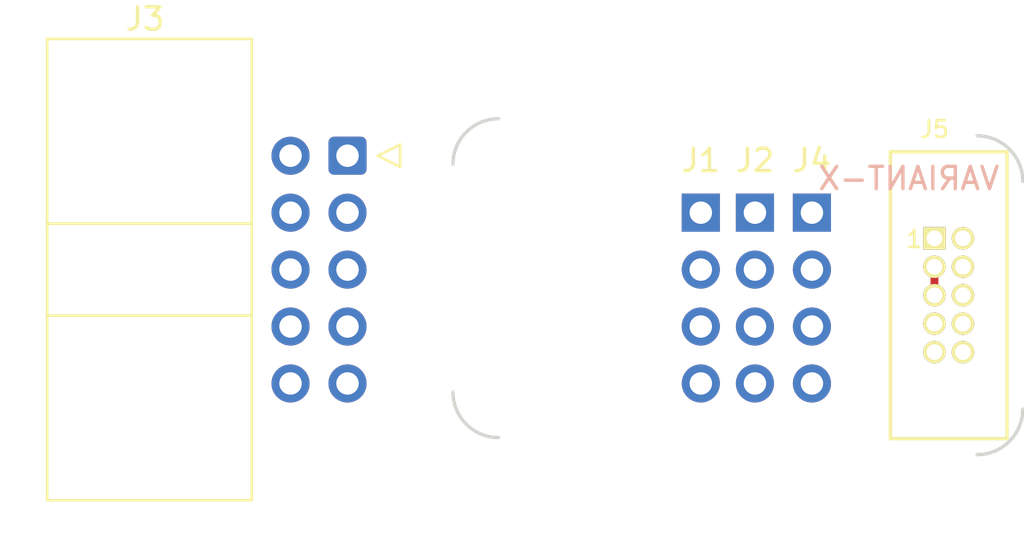
<source format=kicad_pcb>
(kicad_pcb (version 20171130) (host pcbnew 5.1.8-db9833491~88~ubuntu20.04.1)

  (general
    (thickness 1.6)
    (drawings 6)
    (tracks 1)
    (zones 0)
    (modules 5)
    (nets 16)
  )

  (page A4)
  (layers
    (0 F.Cu signal)
    (31 B.Cu signal)
    (32 B.Adhes user)
    (33 F.Adhes user)
    (34 B.Paste user)
    (35 F.Paste user)
    (36 B.SilkS user)
    (37 F.SilkS user)
    (38 B.Mask user)
    (39 F.Mask user)
    (40 Dwgs.User user)
    (41 Cmts.User user)
    (42 Eco1.User user)
    (43 Eco2.User user)
    (44 Edge.Cuts user)
    (45 Margin user)
    (46 B.CrtYd user)
    (47 F.CrtYd user)
    (48 B.Fab user)
    (49 F.Fab user)
  )

  (setup
    (last_trace_width 0.25)
    (user_trace_width 0.35)
    (trace_clearance 0.2)
    (zone_clearance 0.35)
    (zone_45_only no)
    (trace_min 0.2)
    (via_size 0.6)
    (via_drill 0.4)
    (via_min_size 0.4)
    (via_min_drill 0.3)
    (uvia_size 0.3)
    (uvia_drill 0.1)
    (uvias_allowed no)
    (uvia_min_size 0.2)
    (uvia_min_drill 0.1)
    (edge_width 0.15)
    (segment_width 0.2)
    (pcb_text_width 0.3)
    (pcb_text_size 1.5 1.5)
    (mod_edge_width 0.15)
    (mod_text_size 1 1)
    (mod_text_width 0.15)
    (pad_size 1.524 1.524)
    (pad_drill 0.762)
    (pad_to_mask_clearance 0)
    (aux_axis_origin 0 0)
    (visible_elements FFFFFF7F)
    (pcbplotparams
      (layerselection 0x010f0_ffffffff)
      (usegerberextensions false)
      (usegerberattributes true)
      (usegerberadvancedattributes true)
      (creategerberjobfile true)
      (excludeedgelayer true)
      (linewidth 0.100000)
      (plotframeref false)
      (viasonmask false)
      (mode 1)
      (useauxorigin false)
      (hpglpennumber 1)
      (hpglpenspeed 20)
      (hpglpendiameter 15.000000)
      (psnegative false)
      (psa4output false)
      (plotreference true)
      (plotvalue true)
      (plotinvisibletext false)
      (padsonsilk false)
      (subtractmaskfromsilk false)
      (outputformat 4)
      (mirror false)
      (drillshape 0)
      (scaleselection 1)
      (outputdirectory "gerbers"))
  )

  (net 0 "")
  (net 1 /RST)
  (net 2 /SWDIO)
  (net 3 /GND)
  (net 4 /SWIM)
  (net 5 /SWCLK)
  (net 6 /3.3V)
  (net 7 /SWCLK|GND)
  (net 8 /SWIM|GND)
  (net 9 /GND|SWIM)
  (net 10 /SWDIO|SWCLK)
  (net 11 /GND|SWDIO)
  (net 12 "Net-(J3-Pad9)")
  (net 13 "Net-(J3-Pad10)")
  (net 14 "Net-(J5-Pad7)")
  (net 15 "Net-(J5-Pad8)")

  (net_class Default "This is the default net class."
    (clearance 0.2)
    (trace_width 0.25)
    (via_dia 0.6)
    (via_drill 0.4)
    (uvia_dia 0.3)
    (uvia_drill 0.1)
    (add_net /3.3V)
    (add_net /GND)
    (add_net /GND|SWDIO)
    (add_net /GND|SWIM)
    (add_net /RST)
    (add_net /SWCLK)
    (add_net /SWCLK|GND)
    (add_net /SWDIO)
    (add_net /SWDIO|SWCLK)
    (add_net /SWIM)
    (add_net /SWIM|GND)
    (add_net "Net-(J3-Pad10)")
    (add_net "Net-(J3-Pad9)")
    (add_net "Net-(J5-Pad7)")
    (add_net "Net-(J5-Pad8)")
  )

  (module project-lib:IDC-Header_2x05_P2.54mm_Horizontal (layer F.Cu) (tedit 5FDBB116) (tstamp 5FDC1522)
    (at 115.443 104.013)
    (descr "Through hole IDC box header, 2x05, 2.54mm pitch, DIN 41651 / IEC 60603-13, double rows, https://docs.google.com/spreadsheets/d/16SsEcesNF15N3Lb4niX7dcUr-NY5_MFPQhobNuNppn4/edit#gid=0")
    (tags "Through hole horizontal IDC box header THT 2x05 2.54mm double row")
    (path /5643C704)
    (fp_text reference J3 (at 6.215 -6.1) (layer F.SilkS)
      (effects (font (size 1 1) (thickness 0.15)))
    )
    (fp_text value 2X5_HDR (at 6.215 16.26) (layer F.Fab)
      (effects (font (size 1 1) (thickness 0.15)))
    )
    (fp_text user %R (at 6.41 5.08 90) (layer F.Fab)
      (effects (font (size 1 1) (thickness 0.15)))
    )
    (fp_line (start 10.86 -4.1) (end 9.86 -5.1) (layer F.Fab) (width 0.1))
    (fp_line (start 10.86 3.03) (end 1.96 3.03) (layer F.Fab) (width 0.1))
    (fp_line (start 10.86 7.13) (end 1.96 7.13) (layer F.Fab) (width 0.1))
    (fp_line (start 10.97 3.03) (end 1.85 3.03) (layer F.SilkS) (width 0.12))
    (fp_line (start 10.97 7.13) (end 1.85 7.13) (layer F.SilkS) (width 0.12))
    (fp_line (start 10.86 -0.32) (end 15.56 -0.32) (layer F.Fab) (width 0.1))
    (fp_line (start 15.56 -0.32) (end 15.56 0.32) (layer F.Fab) (width 0.1))
    (fp_line (start 15.56 0.32) (end 10.86 0.32) (layer F.Fab) (width 0.1))
    (fp_line (start 10.86 2.22) (end 15.56 2.22) (layer F.Fab) (width 0.1))
    (fp_line (start 15.56 2.22) (end 15.56 2.86) (layer F.Fab) (width 0.1))
    (fp_line (start 15.56 2.86) (end 10.86 2.86) (layer F.Fab) (width 0.1))
    (fp_line (start 10.86 4.76) (end 15.56 4.76) (layer F.Fab) (width 0.1))
    (fp_line (start 15.56 4.76) (end 15.56 5.4) (layer F.Fab) (width 0.1))
    (fp_line (start 15.56 5.4) (end 10.86 5.4) (layer F.Fab) (width 0.1))
    (fp_line (start 10.86 7.3) (end 15.56 7.3) (layer F.Fab) (width 0.1))
    (fp_line (start 15.56 7.3) (end 15.56 7.94) (layer F.Fab) (width 0.1))
    (fp_line (start 15.56 7.94) (end 10.86 7.94) (layer F.Fab) (width 0.1))
    (fp_line (start 10.86 9.84) (end 15.56 9.84) (layer F.Fab) (width 0.1))
    (fp_line (start 15.56 9.84) (end 15.56 10.48) (layer F.Fab) (width 0.1))
    (fp_line (start 15.56 10.48) (end 10.86 10.48) (layer F.Fab) (width 0.1))
    (fp_line (start 9.86 -5.1) (end 1.96 -5.1) (layer F.Fab) (width 0.1))
    (fp_line (start 1.96 -5.1) (end 1.96 15.26) (layer F.Fab) (width 0.1))
    (fp_line (start 1.96 15.26) (end 10.86 15.26) (layer F.Fab) (width 0.1))
    (fp_line (start 10.86 15.26) (end 10.86 -4.1) (layer F.Fab) (width 0.1))
    (fp_line (start 10.97 -5.21) (end 1.85 -5.21) (layer F.SilkS) (width 0.12))
    (fp_line (start 1.85 -5.21) (end 1.85 15.37) (layer F.SilkS) (width 0.12))
    (fp_line (start 1.85 15.37) (end 10.97 15.37) (layer F.SilkS) (width 0.12))
    (fp_line (start 10.97 15.37) (end 10.97 -5.21) (layer F.SilkS) (width 0.12))
    (fp_line (start 16.59 0) (end 17.59 -0.5) (layer F.SilkS) (width 0.12))
    (fp_line (start 17.59 -0.5) (end 17.59 0.5) (layer F.SilkS) (width 0.12))
    (fp_line (start 17.59 0.5) (end 16.59 0) (layer F.SilkS) (width 0.12))
    (fp_line (start 16.59 -5.6) (end 16.59 15.76) (layer F.CrtYd) (width 0.05))
    (fp_line (start 16.59 15.76) (end 1.46 15.76) (layer F.CrtYd) (width 0.05))
    (fp_line (start 1.46 15.76) (end 1.46 -5.6) (layer F.CrtYd) (width 0.05))
    (fp_line (start 1.46 -5.6) (end 16.59 -5.6) (layer F.CrtYd) (width 0.05))
    (pad 10 thru_hole circle (at 12.7 10.16) (size 1.7 1.7) (drill 1) (layers *.Cu *.Mask)
      (net 13 "Net-(J3-Pad10)"))
    (pad 8 thru_hole circle (at 12.7 7.62) (size 1.7 1.7) (drill 1) (layers *.Cu *.Mask)
      (net 6 /3.3V))
    (pad 6 thru_hole circle (at 12.7 5.08) (size 1.7 1.7) (drill 1) (layers *.Cu *.Mask)
      (net 7 /SWCLK|GND))
    (pad 4 thru_hole circle (at 12.7 2.54) (size 1.7 1.7) (drill 1) (layers *.Cu *.Mask)
      (net 11 /GND|SWDIO))
    (pad 2 thru_hole circle (at 12.7 0) (size 1.7 1.7) (drill 1) (layers *.Cu *.Mask)
      (net 10 /SWDIO|SWCLK))
    (pad 9 thru_hole circle (at 15.24 10.16) (size 1.7 1.7) (drill 1) (layers *.Cu *.Mask)
      (net 12 "Net-(J3-Pad9)"))
    (pad 7 thru_hole circle (at 15.24 7.62) (size 1.7 1.7) (drill 1) (layers *.Cu *.Mask)
      (net 6 /3.3V))
    (pad 5 thru_hole circle (at 15.24 5.08) (size 1.7 1.7) (drill 1) (layers *.Cu *.Mask)
      (net 8 /SWIM|GND))
    (pad 3 thru_hole circle (at 15.24 2.54) (size 1.7 1.7) (drill 1) (layers *.Cu *.Mask)
      (net 9 /GND|SWIM))
    (pad 1 thru_hole roundrect (at 15.24 0) (size 1.7 1.7) (drill 1) (layers *.Cu *.Mask) (roundrect_rratio 0.147059)
      (net 1 /RST))
    (model ${KISYS3DMOD}/Connector_IDC.3dshapes/IDC-Header_2x05_P2.54mm_Horizontal.wrl
      (offset (xyz 15 -10 0))
      (scale (xyz 1 1 1))
      (rotate (xyz 0 0 180))
    )
  )

  (module project-lib:PinHeader_1x04_P2.54mm_Vertical (layer F.Cu) (tedit 5FDBAE9F) (tstamp 5FDC0DC4)
    (at 146.431 106.553)
    (descr "Through hole straight pin header, 1x04, 2.54mm pitch, single row")
    (tags "Through hole pin header THT 1x04 2.54mm single row")
    (path /5FDC755F)
    (fp_text reference J1 (at 0 -2.33) (layer F.SilkS)
      (effects (font (size 1 1) (thickness 0.15)))
    )
    (fp_text value Conn_01x04 (at 0 9.95) (layer F.Fab)
      (effects (font (size 1 1) (thickness 0.15)))
    )
    (fp_text user %R (at 0 3.81 90) (layer F.Fab)
      (effects (font (size 1 1) (thickness 0.15)))
    )
    (fp_line (start 1.8 -1.8) (end -1.8 -1.8) (layer F.CrtYd) (width 0.05))
    (fp_line (start 1.8 9.4) (end 1.8 -1.8) (layer F.CrtYd) (width 0.05))
    (fp_line (start -1.8 9.4) (end 1.8 9.4) (layer F.CrtYd) (width 0.05))
    (fp_line (start -1.8 -1.8) (end -1.8 9.4) (layer F.CrtYd) (width 0.05))
    (fp_line (start -1.27 -0.635) (end -0.635 -1.27) (layer F.Fab) (width 0.1))
    (fp_line (start -1.27 8.89) (end -1.27 -0.635) (layer F.Fab) (width 0.1))
    (fp_line (start 1.27 8.89) (end -1.27 8.89) (layer F.Fab) (width 0.1))
    (fp_line (start 1.27 -1.27) (end 1.27 8.89) (layer F.Fab) (width 0.1))
    (fp_line (start -0.635 -1.27) (end 1.27 -1.27) (layer F.Fab) (width 0.1))
    (pad 1 thru_hole rect (at 0 0) (size 1.7 1.7) (drill 1) (layers *.Cu *.Mask)
      (net 10 /SWDIO|SWCLK))
    (pad 2 thru_hole oval (at 0 2.54) (size 1.7 1.7) (drill 1) (layers *.Cu *.Mask)
      (net 9 /GND|SWIM))
    (pad 3 thru_hole oval (at 0 5.08) (size 1.7 1.7) (drill 1) (layers *.Cu *.Mask)
      (net 8 /SWIM|GND))
    (pad 4 thru_hole oval (at 0 7.62) (size 1.7 1.7) (drill 1) (layers *.Cu *.Mask)
      (net 7 /SWCLK|GND))
    (model ${KISYS3DMOD}/Connector_PinHeader_2.54mm.3dshapes/PinHeader_1x04_P2.54mm_Vertical.wrl
      (at (xyz 0 0 0))
      (scale (xyz 1 1 1))
      (rotate (xyz 0 0 0))
    )
  )

  (module project-lib:PinHeader_1x04_P2.54mm_Vertical (layer F.Cu) (tedit 5FDBAE9F) (tstamp 5FDC0DD5)
    (at 148.844 106.553)
    (descr "Through hole straight pin header, 1x04, 2.54mm pitch, single row")
    (tags "Through hole pin header THT 1x04 2.54mm single row")
    (path /5FDC1C99)
    (fp_text reference J2 (at 0 -2.33) (layer F.SilkS)
      (effects (font (size 1 1) (thickness 0.15)))
    )
    (fp_text value Conn_01x04 (at 0 9.95) (layer F.Fab)
      (effects (font (size 1 1) (thickness 0.15)))
    )
    (fp_line (start -0.635 -1.27) (end 1.27 -1.27) (layer F.Fab) (width 0.1))
    (fp_line (start 1.27 -1.27) (end 1.27 8.89) (layer F.Fab) (width 0.1))
    (fp_line (start 1.27 8.89) (end -1.27 8.89) (layer F.Fab) (width 0.1))
    (fp_line (start -1.27 8.89) (end -1.27 -0.635) (layer F.Fab) (width 0.1))
    (fp_line (start -1.27 -0.635) (end -0.635 -1.27) (layer F.Fab) (width 0.1))
    (fp_line (start -1.8 -1.8) (end -1.8 9.4) (layer F.CrtYd) (width 0.05))
    (fp_line (start -1.8 9.4) (end 1.8 9.4) (layer F.CrtYd) (width 0.05))
    (fp_line (start 1.8 9.4) (end 1.8 -1.8) (layer F.CrtYd) (width 0.05))
    (fp_line (start 1.8 -1.8) (end -1.8 -1.8) (layer F.CrtYd) (width 0.05))
    (fp_text user %R (at 0 3.81 90) (layer F.Fab)
      (effects (font (size 1 1) (thickness 0.15)))
    )
    (pad 4 thru_hole oval (at 0 7.62) (size 1.7 1.7) (drill 1) (layers *.Cu *.Mask)
      (net 5 /SWCLK))
    (pad 3 thru_hole oval (at 0 5.08) (size 1.7 1.7) (drill 1) (layers *.Cu *.Mask)
      (net 4 /SWIM))
    (pad 2 thru_hole oval (at 0 2.54) (size 1.7 1.7) (drill 1) (layers *.Cu *.Mask)
      (net 3 /GND))
    (pad 1 thru_hole rect (at 0 0) (size 1.7 1.7) (drill 1) (layers *.Cu *.Mask)
      (net 2 /SWDIO))
    (model ${KISYS3DMOD}/Connector_PinHeader_2.54mm.3dshapes/PinHeader_1x04_P2.54mm_Vertical.wrl
      (at (xyz 0 0 0))
      (scale (xyz 1 1 1))
      (rotate (xyz 0 0 0))
    )
  )

  (module project-lib:PinHeader_1x04_P2.54mm_Vertical (layer F.Cu) (tedit 5FDBAE9F) (tstamp 5FDC0E17)
    (at 151.384 106.553)
    (descr "Through hole straight pin header, 1x04, 2.54mm pitch, single row")
    (tags "Through hole pin header THT 1x04 2.54mm single row")
    (path /5FDC78F0)
    (fp_text reference J4 (at 0 -2.33) (layer F.SilkS)
      (effects (font (size 1 1) (thickness 0.15)))
    )
    (fp_text value Conn_01x04 (at 0 9.95) (layer F.Fab)
      (effects (font (size 1 1) (thickness 0.15)))
    )
    (fp_line (start -0.635 -1.27) (end 1.27 -1.27) (layer F.Fab) (width 0.1))
    (fp_line (start 1.27 -1.27) (end 1.27 8.89) (layer F.Fab) (width 0.1))
    (fp_line (start 1.27 8.89) (end -1.27 8.89) (layer F.Fab) (width 0.1))
    (fp_line (start -1.27 8.89) (end -1.27 -0.635) (layer F.Fab) (width 0.1))
    (fp_line (start -1.27 -0.635) (end -0.635 -1.27) (layer F.Fab) (width 0.1))
    (fp_line (start -1.8 -1.8) (end -1.8 9.4) (layer F.CrtYd) (width 0.05))
    (fp_line (start -1.8 9.4) (end 1.8 9.4) (layer F.CrtYd) (width 0.05))
    (fp_line (start 1.8 9.4) (end 1.8 -1.8) (layer F.CrtYd) (width 0.05))
    (fp_line (start 1.8 -1.8) (end -1.8 -1.8) (layer F.CrtYd) (width 0.05))
    (fp_text user %R (at 0 3.81 90) (layer F.Fab)
      (effects (font (size 1 1) (thickness 0.15)))
    )
    (pad 4 thru_hole oval (at 0 7.62) (size 1.7 1.7) (drill 1) (layers *.Cu *.Mask)
      (net 10 /SWDIO|SWCLK))
    (pad 3 thru_hole oval (at 0 5.08) (size 1.7 1.7) (drill 1) (layers *.Cu *.Mask)
      (net 9 /GND|SWIM))
    (pad 2 thru_hole oval (at 0 2.54) (size 1.7 1.7) (drill 1) (layers *.Cu *.Mask)
      (net 8 /SWIM|GND))
    (pad 1 thru_hole rect (at 0 0) (size 1.7 1.7) (drill 1) (layers *.Cu *.Mask)
      (net 11 /GND|SWDIO))
    (model ${KISYS3DMOD}/Connector_PinHeader_2.54mm.3dshapes/PinHeader_1x04_P2.54mm_Vertical.wrl
      (at (xyz 0 0 0))
      (scale (xyz 1 1 1))
      (rotate (xyz 0 0 0))
    )
  )

  (module kicadlib:ARM_10_PIN (layer F.Cu) (tedit 563F468F) (tstamp 5FDC1A10)
    (at 157.48 110.236)
    (path /5643BF5B)
    (fp_text reference J5 (at -0.635 -7.4) (layer F.SilkS)
      (effects (font (size 0.75 0.75) (thickness 0.12)))
    )
    (fp_text value ARM_10PIN (at -0.635 7.3) (layer F.Fab)
      (effects (font (size 0.75 0.75) (thickness 0.12)))
    )
    (fp_line (start 2.6 -6.4) (end 2.6 6.4) (layer F.SilkS) (width 0.15))
    (fp_line (start 2.6 6.4) (end -2.6 6.4) (layer F.SilkS) (width 0.15))
    (fp_line (start -2.6 6.4) (end -2.6 -6.4) (layer F.SilkS) (width 0.15))
    (fp_line (start -2.6 -6.4) (end 2.6 -6.4) (layer F.SilkS) (width 0.15))
    (fp_text user 1 (at -1.535 -2.5) (layer F.SilkS)
      (effects (font (size 0.75 0.75) (thickness 0.12)))
    )
    (pad 1 thru_hole rect (at -0.635 -2.54) (size 1 1) (drill 0.70104) (layers *.Cu *.Mask F.SilkS)
      (net 6 /3.3V))
    (pad 2 thru_hole circle (at 0.635 -2.54) (size 1 1) (drill 0.70104) (layers *.Cu *.Mask F.SilkS)
      (net 2 /SWDIO))
    (pad 3 thru_hole circle (at -0.635 -1.27) (size 1 1) (drill 0.70104) (layers *.Cu *.Mask F.SilkS)
      (net 3 /GND))
    (pad 4 thru_hole circle (at 0.635 -1.27) (size 1 1) (drill 0.70104) (layers *.Cu *.Mask F.SilkS)
      (net 5 /SWCLK))
    (pad 5 thru_hole circle (at -0.635 0) (size 1 1) (drill 0.70104) (layers *.Cu *.Mask F.SilkS)
      (net 3 /GND))
    (pad 6 thru_hole circle (at 0.635 0) (size 1 1) (drill 0.70104) (layers *.Cu *.Mask F.SilkS)
      (net 4 /SWIM))
    (pad 7 thru_hole circle (at -0.635 1.27) (size 1 1) (drill 0.70104) (layers *.Cu *.Mask F.SilkS)
      (net 14 "Net-(J5-Pad7)"))
    (pad 8 thru_hole circle (at 0.635 1.27) (size 1 1) (drill 0.70104) (layers *.Cu *.Mask F.SilkS)
      (net 15 "Net-(J5-Pad8)"))
    (pad 9 thru_hole circle (at -0.635 2.54) (size 1 1) (drill 0.70104) (layers *.Cu *.Mask F.SilkS)
      (net 3 /GND))
    (pad 10 thru_hole circle (at 0.635 2.54) (size 1 1) (drill 0.70104) (layers *.Cu *.Mask F.SilkS)
      (net 1 /RST))
    (model ${KIPRJMOD}/../kicadlib/kicadlib.pretty/models/ARM_10_PIN_TH_SHRD.wrl
      (offset (xyz -2.590799961090088 -6.349999904632568 0))
      (scale (xyz 0.395 0.4 0.4))
      (rotate (xyz 0 0 -90))
    )
  )

  (gr_text VARIANT-X (at 155.702 105.029) (layer B.SilkS)
    (effects (font (size 1 1) (thickness 0.15)) (justify mirror))
  )
  (gr_text "github.com/noahp/\n2x5toCortexAdapt/\nvariant-x v1" (at 155.702 114.9985) (layer B.Mask)
    (effects (font (size 0.5 0.5) (thickness 0.125)) (justify mirror))
  )
  (gr_arc (start 137.414 114.554) (end 137.414 116.586) (angle 90) (layer Edge.Cuts) (width 0.15))
  (gr_arc (start 158.75 115.316) (end 160.782 115.316) (angle 90) (layer Edge.Cuts) (width 0.15))
  (gr_arc (start 158.75 105.156) (end 158.75 103.124) (angle 90) (layer Edge.Cuts) (width 0.15))
  (gr_arc (start 137.414 104.394) (end 135.382 104.394) (angle 90) (layer Edge.Cuts) (width 0.15))

  (segment (start 156.845 110.236) (end 156.845 108.966) (width 0.35) (layer F.Cu) (net 3) (status 30))

)

</source>
